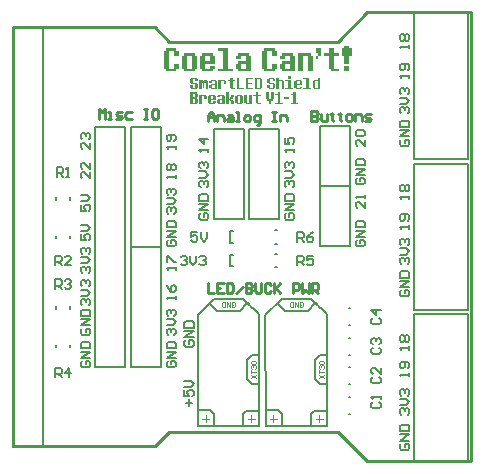
<source format=gto>
G04*
G04 #@! TF.GenerationSoftware,Altium Limited,Altium Designer,24.0.1 (36)*
G04*
G04 Layer_Color=65535*
%FSLAX25Y25*%
%MOIN*%
G70*
G04*
G04 #@! TF.SameCoordinates,1973DDD8-50FA-473A-AABA-CD6713E7F6C3*
G04*
G04*
G04 #@! TF.FilePolarity,Positive*
G04*
G01*
G75*
%ADD10C,0.00472*%
%ADD11C,0.00787*%
%ADD12C,0.00394*%
%ADD13C,0.00984*%
G36*
X92111Y115890D02*
X90394D01*
Y116320D01*
X92111D01*
Y115890D01*
D02*
G37*
G36*
X86960Y115890D02*
X86530D01*
Y115032D01*
X86101D01*
Y114173D01*
X85242D01*
Y115032D01*
X84813D01*
Y115890D01*
X84384D01*
Y118037D01*
X85242D01*
Y115890D01*
X86101D01*
Y118037D01*
X86960D01*
Y115890D01*
D02*
G37*
G36*
X64207Y116749D02*
X64636D01*
Y115890D01*
X63777D01*
Y116749D01*
X62919D01*
Y114173D01*
X62060D01*
Y117178D01*
X64207D01*
Y116749D01*
D02*
G37*
G36*
X79662Y114173D02*
X77515D01*
Y114602D01*
X77086D01*
Y117178D01*
X77944D01*
Y114602D01*
X78803D01*
Y117178D01*
X79662D01*
Y114173D01*
D02*
G37*
G36*
X94258Y114602D02*
X95116D01*
Y114173D01*
X92541D01*
Y114602D01*
X93399D01*
Y117178D01*
X92541D01*
Y117608D01*
X93399D01*
Y118037D01*
X94258D01*
Y114602D01*
D02*
G37*
G36*
X89106D02*
X89965D01*
Y114173D01*
X87389Y114173D01*
Y114602D01*
X88248Y114602D01*
Y117178D01*
X87389Y117178D01*
Y117608D01*
X88248Y117608D01*
Y118037D01*
X89106D01*
Y114602D01*
D02*
G37*
G36*
X81808Y117178D02*
X82667D01*
Y116749D01*
X81808D01*
Y114602D01*
X82667D01*
Y114173D01*
X81379D01*
Y114602D01*
X80949D01*
Y116749D01*
X80091D01*
Y117178D01*
X80949D01*
Y118037D01*
X81808D01*
Y117178D01*
D02*
G37*
G36*
X76227Y116749D02*
X76656D01*
Y114602D01*
X76227D01*
Y114173D01*
X74510D01*
Y114602D01*
X74081D01*
Y116749D01*
X74510D01*
Y117178D01*
X76227D01*
Y116749D01*
D02*
G37*
G36*
X71934Y115890D02*
X72363D01*
Y116320D01*
X72793D01*
Y117178D01*
X73651D01*
Y116320D01*
X73222D01*
Y115890D01*
X72793D01*
Y115461D01*
X73222D01*
Y115032D01*
X73651D01*
Y114173D01*
X72793D01*
Y115032D01*
X72363D01*
Y115461D01*
X71934D01*
Y114173D01*
X71075D01*
Y118037D01*
X71934D01*
Y115890D01*
D02*
G37*
G36*
X70217Y116749D02*
X70646D01*
Y114173D01*
X68500D01*
Y114602D01*
X68070D01*
Y115461D01*
X68500D01*
Y115890D01*
X69788D01*
Y116749D01*
X68929D01*
Y116320D01*
X68070D01*
Y116749D01*
X68500D01*
Y117178D01*
X70217D01*
Y116749D01*
D02*
G37*
G36*
X67212D02*
X67641D01*
Y115461D01*
X65924D01*
Y114602D01*
X66782D01*
Y115032D01*
X67641D01*
Y114602D01*
X67212D01*
Y114173D01*
X65495D01*
Y114602D01*
X65065D01*
Y116749D01*
X65495D01*
Y117178D01*
X67212D01*
Y116749D01*
D02*
G37*
G36*
X61202Y117608D02*
X61631D01*
Y116320D01*
X61202D01*
Y115890D01*
X61631D01*
Y114602D01*
X61202D01*
Y114173D01*
X59055D01*
Y118037D01*
X61202D01*
Y117608D01*
D02*
G37*
G36*
X92541Y122529D02*
X91682D01*
Y123388D01*
X92541D01*
Y122529D01*
D02*
G37*
G36*
X86960Y122529D02*
X87389D01*
Y121670D01*
X86530D01*
Y122529D01*
X85672D01*
Y121241D01*
X86960D01*
Y120812D01*
X87389D01*
Y119524D01*
X86960D01*
Y119095D01*
X85242D01*
Y119524D01*
X84813D01*
Y120382D01*
X85672D01*
Y119524D01*
X86530D01*
Y120812D01*
X85242D01*
Y121241D01*
X84813D01*
Y122529D01*
X85242D01*
Y122958D01*
X86960D01*
Y122529D01*
D02*
G37*
G36*
X64636Y121670D02*
X65065D01*
Y119095D01*
X64207D01*
Y121241D01*
X63777D01*
Y119524D01*
X63348D01*
Y121241D01*
X62919D01*
Y119095D01*
X62060D01*
Y122100D01*
X63348D01*
Y121670D01*
X63777D01*
Y122100D01*
X64636D01*
Y121670D01*
D02*
G37*
G36*
X61202Y122529D02*
X61631D01*
Y121670D01*
X60772D01*
Y122529D01*
X59914D01*
Y121241D01*
X61202D01*
Y120812D01*
X61631D01*
Y119524D01*
X61202D01*
Y119095D01*
X59484D01*
Y119524D01*
X59055D01*
Y120382D01*
X59914D01*
Y119524D01*
X60772D01*
Y120812D01*
X59484D01*
Y121241D01*
X59055D01*
Y122529D01*
X59484D01*
Y122958D01*
X61202D01*
Y122529D01*
D02*
G37*
G36*
X70646Y121670D02*
X71075D01*
Y120812D01*
X70217D01*
Y121670D01*
X69358D01*
Y119095D01*
X68500D01*
Y122100D01*
X70646D01*
Y121670D01*
D02*
G37*
G36*
X102414Y119095D02*
X100268D01*
Y119524D01*
X99839D01*
Y121670D01*
X100268D01*
Y122100D01*
X101556D01*
Y122958D01*
X102414D01*
Y119095D01*
D02*
G37*
G36*
X98551Y119524D02*
X99409D01*
Y119095D01*
X96833D01*
Y119524D01*
X97692D01*
Y122529D01*
X96833D01*
Y122958D01*
X98551D01*
Y119524D01*
D02*
G37*
G36*
X95975Y121670D02*
X96404D01*
Y120382D01*
X94687D01*
Y119524D01*
X95546D01*
Y119953D01*
X96404D01*
Y119524D01*
X95975D01*
Y119095D01*
X94258D01*
Y119524D01*
X93828D01*
Y121670D01*
X94258D01*
Y122100D01*
X95975D01*
Y121670D01*
D02*
G37*
G36*
X92541Y119524D02*
X93399D01*
Y119095D01*
X90823D01*
Y119524D01*
X91682D01*
Y121670D01*
X90823D01*
Y122100D01*
X92541D01*
Y119524D01*
D02*
G37*
G36*
X88677Y122100D02*
X89965D01*
Y121670D01*
X90394D01*
Y119095D01*
X89535D01*
Y121670D01*
X88677D01*
Y119095D01*
X87818D01*
Y122958D01*
X88677D01*
Y122100D01*
D02*
G37*
G36*
X82667Y122529D02*
X83096D01*
Y119524D01*
X82667D01*
Y119095D01*
X80520D01*
Y122958D01*
X82667D01*
Y122529D01*
D02*
G37*
G36*
X80091D02*
X78374D01*
Y121241D01*
X79662D01*
Y120812D01*
X78374D01*
Y119524D01*
X80091D01*
Y119095D01*
X77515D01*
Y122958D01*
X80091D01*
Y122529D01*
D02*
G37*
G36*
X75368Y119524D02*
X77086D01*
Y119095D01*
X74510D01*
Y122958D01*
X75368D01*
Y119524D01*
D02*
G37*
G36*
X73222Y122100D02*
X74081D01*
Y121670D01*
X73222D01*
Y119524D01*
X74081D01*
Y119095D01*
X72793D01*
Y119524D01*
X72363D01*
Y121670D01*
X71505D01*
Y122100D01*
X72363D01*
Y122958D01*
X73222D01*
Y122100D01*
D02*
G37*
G36*
X67641Y121670D02*
X68070D01*
Y119095D01*
X65924D01*
Y119524D01*
X65495D01*
Y120382D01*
X65924D01*
Y120812D01*
X67212D01*
Y121670D01*
X66353D01*
Y121241D01*
X65495D01*
Y121670D01*
X65924D01*
Y122100D01*
X67641D01*
Y121670D01*
D02*
G37*
G36*
X102654Y130160D02*
X101794D01*
Y131020D01*
X100934D01*
Y132740D01*
X102654D01*
Y130160D01*
D02*
G37*
G36*
X87175Y131880D02*
X88035D01*
Y130160D01*
X86315D01*
Y131880D01*
X84595D01*
Y125860D01*
X86315D01*
Y127580D01*
X88035D01*
Y125860D01*
X87175D01*
Y125000D01*
X83735D01*
Y125860D01*
X82875D01*
Y131880D01*
X83735D01*
Y132740D01*
X87175D01*
Y131880D01*
D02*
G37*
G36*
X54497Y131880D02*
X55357D01*
Y130160D01*
X53637D01*
Y131880D01*
X51917D01*
Y125860D01*
X53637D01*
Y127580D01*
X55357D01*
Y125860D01*
X54497D01*
Y125000D01*
X51057D01*
Y125860D01*
X50197D01*
Y131880D01*
X51057D01*
Y132740D01*
X54497D01*
Y131880D01*
D02*
G37*
G36*
X101794Y129300D02*
X100934D01*
Y130160D01*
X101794D01*
Y129300D01*
D02*
G37*
G36*
X112113Y132740D02*
X112973D01*
Y130160D01*
X112113D01*
Y127580D01*
X110393D01*
Y130160D01*
X109533D01*
Y132740D01*
X110393D01*
Y133599D01*
X112113D01*
Y132740D01*
D02*
G37*
G36*
Y125000D02*
X110393D01*
Y126720D01*
X112113D01*
Y125000D01*
D02*
G37*
G36*
X106954Y131020D02*
X108674D01*
Y130160D01*
X106954D01*
Y125860D01*
X108674D01*
Y125000D01*
X106094D01*
Y125860D01*
X105234D01*
Y130160D01*
X103514D01*
Y131020D01*
X105234D01*
Y132740D01*
X106954D01*
Y131020D01*
D02*
G37*
G36*
X99214Y130160D02*
X100074D01*
Y125000D01*
X98354D01*
Y130160D01*
X96634D01*
Y125000D01*
X94914D01*
Y131020D01*
X99214D01*
Y130160D01*
D02*
G37*
G36*
X93194D02*
X94054D01*
Y125000D01*
X89754D01*
Y125860D01*
X88895D01*
Y127580D01*
X89754D01*
Y128440D01*
X92334D01*
Y130160D01*
X90614D01*
Y129300D01*
X88895D01*
Y130160D01*
X89754D01*
Y131020D01*
X93194D01*
Y130160D01*
D02*
G37*
G36*
X78575Y130160D02*
X79435Y130160D01*
Y125000D01*
X75135Y125000D01*
Y125860D01*
X74275D01*
Y127580D01*
X75135D01*
Y128440D01*
X77715D01*
Y130160D01*
X75995D01*
Y129300D01*
X74275D01*
Y130160D01*
X75135D01*
Y131020D01*
X78575D01*
Y130160D01*
D02*
G37*
G36*
X71696Y125860D02*
X73415D01*
Y125000D01*
X68256D01*
Y125860D01*
X69976D01*
Y131880D01*
X68256D01*
Y132740D01*
X71696D01*
Y125860D01*
D02*
G37*
G36*
X66536Y130160D02*
X67396D01*
Y127580D01*
X63956D01*
Y125860D01*
X65676D01*
Y126720D01*
X67396D01*
Y125860D01*
X66536D01*
Y125000D01*
X63096D01*
Y125860D01*
X62236D01*
Y130160D01*
X63096D01*
Y131020D01*
X66536D01*
Y130160D01*
D02*
G37*
G36*
X60516D02*
X61376D01*
Y125860D01*
X60516D01*
Y125000D01*
X57076D01*
Y125860D01*
X56217D01*
Y130160D01*
X57076D01*
Y131020D01*
X60516D01*
Y130160D01*
D02*
G37*
%LPC*%
G36*
X75798Y116749D02*
X74939D01*
Y114602D01*
X75798D01*
Y116749D01*
D02*
G37*
G36*
X69788Y115461D02*
X68929D01*
Y114602D01*
X69788D01*
Y115461D01*
D02*
G37*
G36*
X66782Y116749D02*
X65924D01*
Y115890D01*
X66782D01*
Y116749D01*
D02*
G37*
G36*
X60772Y117608D02*
X59914D01*
Y116320D01*
X60772D01*
Y117608D01*
D02*
G37*
G36*
Y115890D02*
X59914D01*
Y114602D01*
X60772D01*
Y115890D01*
D02*
G37*
G36*
X101556Y121670D02*
X100697D01*
Y119524D01*
X101556D01*
Y121670D01*
D02*
G37*
G36*
X95546D02*
X94687D01*
Y120812D01*
X95546D01*
Y121670D01*
D02*
G37*
G36*
X82237Y122529D02*
X81379D01*
Y119524D01*
X82237D01*
Y122529D01*
D02*
G37*
G36*
X67212Y120382D02*
X66353D01*
Y119524D01*
X67212D01*
Y120382D01*
D02*
G37*
G36*
X92334Y127580D02*
X90614D01*
Y125860D01*
X92334D01*
Y127580D01*
D02*
G37*
G36*
X77715Y127580D02*
X75995D01*
Y125860D01*
X77715D01*
Y127580D01*
D02*
G37*
G36*
X65676Y130160D02*
X63956D01*
Y128440D01*
X65676D01*
Y130160D01*
D02*
G37*
G36*
X59656D02*
X57936D01*
Y125860D01*
X59656D01*
Y130160D01*
D02*
G37*
%LPD*%
D10*
X102067Y8071D02*
Y10433D01*
X100886Y9252D02*
X103248D01*
X85630D02*
X87992D01*
X86811Y8071D02*
Y10433D01*
X64173Y8071D02*
Y10433D01*
X62992Y9252D02*
X65354D01*
X78248D02*
X80610D01*
X79429Y8071D02*
Y10433D01*
D11*
X100886Y47736D02*
X102362Y46260D01*
X100640Y47736D02*
X100886D01*
X98179Y45276D02*
X100640Y47736D01*
X90551Y45276D02*
X98179D01*
X102362Y30512D02*
X104527D01*
X100689Y28839D02*
X102362Y30512D01*
X100689Y22343D02*
Y28839D01*
X102362Y20669D02*
X104527D01*
X100689Y22343D02*
X102362Y20669D01*
X84145Y43790D02*
X84332Y6791D01*
X84145Y43790D02*
X89567Y49213D01*
X99410D01*
X104602Y44021D01*
X104790Y6791D01*
X84332D02*
X104790D01*
X84449Y12008D02*
X88386D01*
X89567Y10827D01*
Y6890D02*
Y10827D01*
X99410Y6890D02*
Y10827D01*
X100394Y11811D01*
X104626D01*
X88090Y47736D02*
X90551Y45276D01*
X151575Y95669D02*
Y144488D01*
X133661Y95669D02*
X151575D01*
X133661D02*
Y95681D01*
Y95669D02*
Y144488D01*
X151575D01*
Y45472D02*
Y94291D01*
X133661Y45472D02*
X151575D01*
X133661D02*
Y45484D01*
Y45472D02*
Y94291D01*
X151575D01*
Y-4724D02*
Y44094D01*
X133661Y-4724D02*
X151575D01*
X133661D02*
Y-4713D01*
Y-4724D02*
Y44094D01*
X151575D01*
X111909Y46161D02*
X112500D01*
X111909Y40453D02*
X112500D01*
X111909Y36319D02*
X112500D01*
X111909Y30610D02*
X112500D01*
X111909Y26476D02*
X112500D01*
X111909Y20768D02*
X112500D01*
X66850Y75709D02*
X76850D01*
X66850D02*
Y105709D01*
X76850D01*
Y75709D02*
Y105709D01*
X111909Y16634D02*
X112500D01*
X111909Y10925D02*
X112500D01*
X39291Y106535D02*
X49291D01*
Y66535D02*
Y106535D01*
X39291Y66535D02*
Y106535D01*
Y66535D02*
X49291D01*
X78661Y75709D02*
X88661D01*
X78661D02*
Y105709D01*
X88661D01*
Y75709D02*
Y105709D01*
X14469Y45866D02*
Y46654D01*
X18996Y45866D02*
Y46654D01*
X14469Y33071D02*
Y33858D01*
X18996Y33071D02*
Y33858D01*
Y82284D02*
Y83071D01*
X14469Y82284D02*
Y83071D01*
Y69488D02*
Y70275D01*
X18996Y69488D02*
Y70275D01*
X72244Y60039D02*
Y63976D01*
Y60039D02*
X73425D01*
X72244Y63976D02*
X73425D01*
X87205Y59744D02*
X87992D01*
X87205Y64272D02*
X87992D01*
X72244Y67913D02*
Y71850D01*
Y67913D02*
X73425D01*
X72244Y71850D02*
X73425D01*
X87205Y67618D02*
X87992D01*
X87205Y72146D02*
X87992D01*
X102284Y86850D02*
Y106850D01*
Y86850D02*
X112284D01*
Y106850D01*
X102284D02*
X112284D01*
X102284Y86850D02*
X112284D01*
Y66850D02*
Y86850D01*
X102284Y66850D02*
X112284D01*
X102284D02*
Y86850D01*
X65453Y47736D02*
X67913Y45276D01*
X77756Y11811D02*
X81988D01*
X76772Y10827D02*
X77756Y11811D01*
X76772Y6890D02*
Y10827D01*
X66929Y6890D02*
Y10827D01*
X65748Y12008D02*
X66929Y10827D01*
X61811Y12008D02*
X65748D01*
X61694Y6791D02*
X82152D01*
X81964Y44021D02*
X82152Y6791D01*
X76772Y49213D02*
X81964Y44021D01*
X66929Y49213D02*
X76772D01*
X61507Y43790D02*
X66929Y49213D01*
X61507Y43790D02*
X61694Y6791D01*
X78051Y22343D02*
X79724Y20669D01*
X81890D01*
X78051Y22343D02*
Y28839D01*
X79724Y30512D01*
X81890D01*
X67913Y45276D02*
X75541D01*
X78002Y47736D01*
X78248D01*
X79724Y46260D01*
X39291Y26496D02*
X49291D01*
X39291D02*
Y66496D01*
X49291Y26496D02*
Y66496D01*
X39291D02*
X49291D01*
X27480Y106496D02*
X37480D01*
Y26496D02*
Y106496D01*
X27480Y26496D02*
X37480D01*
X27480D02*
Y106496D01*
X-79Y7421D02*
Y139921D01*
Y-79D02*
Y7421D01*
Y-79D02*
X9921D01*
Y139921D01*
X-79D02*
X9921D01*
X132087Y132677D02*
Y133727D01*
Y133202D01*
X128938D01*
X129463Y132677D01*
Y135301D02*
X128938Y135826D01*
Y136875D01*
X129463Y137400D01*
X129988D01*
X130512Y136875D01*
X131037Y137400D01*
X131562D01*
X132087Y136875D01*
Y135826D01*
X131562Y135301D01*
X131037D01*
X130512Y135826D01*
X129988Y135301D01*
X129463D01*
X130512Y135826D02*
Y136875D01*
X91077Y77690D02*
X90552Y77165D01*
Y76115D01*
X91077Y75590D01*
X93176D01*
X93701Y76115D01*
Y77165D01*
X93176Y77690D01*
X92127D01*
Y76640D01*
X93701Y78739D02*
X90552D01*
X93701Y80838D01*
X90552D01*
Y81888D02*
X93701D01*
Y83462D01*
X93176Y83987D01*
X91077D01*
X90552Y83462D01*
Y81888D01*
X91077Y86417D02*
X90552Y86942D01*
Y87992D01*
X91077Y88516D01*
X91602D01*
X92127Y87992D01*
Y87467D01*
Y87992D01*
X92651Y88516D01*
X93176D01*
X93701Y87992D01*
Y86942D01*
X93176Y86417D01*
X90552Y89566D02*
X92651D01*
X93701Y90615D01*
X92651Y91665D01*
X90552D01*
X91077Y92715D02*
X90552Y93239D01*
Y94289D01*
X91077Y94814D01*
X91602D01*
X92127Y94289D01*
Y93764D01*
Y94289D01*
X92651Y94814D01*
X93176D01*
X93701Y94289D01*
Y93239D01*
X93176Y92715D01*
X93701Y98228D02*
Y99278D01*
Y98753D01*
X90552D01*
X91077Y98228D01*
X90552Y102951D02*
Y100852D01*
X92127D01*
X91602Y101902D01*
Y102427D01*
X92127Y102951D01*
X93176D01*
X93701Y102427D01*
Y101377D01*
X93176Y100852D01*
X62534Y86417D02*
X62009Y86942D01*
Y87992D01*
X62534Y88516D01*
X63058D01*
X63583Y87992D01*
Y87467D01*
Y87992D01*
X64108Y88516D01*
X64633D01*
X65158Y87992D01*
Y86942D01*
X64633Y86417D01*
X62009Y89566D02*
X64108D01*
X65158Y90615D01*
X64108Y91665D01*
X62009D01*
X62534Y92715D02*
X62009Y93239D01*
Y94289D01*
X62534Y94814D01*
X63058D01*
X63583Y94289D01*
Y93764D01*
Y94289D01*
X64108Y94814D01*
X64633D01*
X65158Y94289D01*
Y93239D01*
X64633Y92715D01*
X65158Y98228D02*
Y99278D01*
Y98753D01*
X62009D01*
X62534Y98228D01*
X65158Y102427D02*
X62009D01*
X63583Y100852D01*
Y102951D01*
X62534Y77690D02*
X62009Y77165D01*
Y76115D01*
X62534Y75590D01*
X64633D01*
X65158Y76115D01*
Y77165D01*
X64633Y77690D01*
X63583D01*
Y76640D01*
X65158Y78739D02*
X62009D01*
X65158Y80838D01*
X62009D01*
Y81888D02*
X65158D01*
Y83462D01*
X64633Y83987D01*
X62534D01*
X62009Y83462D01*
Y81888D01*
X54331Y89370D02*
Y90420D01*
Y89895D01*
X51182D01*
X51707Y89370D01*
Y91994D02*
X51182Y92519D01*
Y93568D01*
X51707Y94093D01*
X52232D01*
X52756Y93568D01*
X53281Y94093D01*
X53806D01*
X54331Y93568D01*
Y92519D01*
X53806Y91994D01*
X53281D01*
X52756Y92519D01*
X52232Y91994D01*
X51707D01*
X52756Y92519D02*
Y93568D01*
X54331Y99213D02*
Y100262D01*
Y99737D01*
X51182D01*
X51707Y99213D01*
X53806Y101836D02*
X54331Y102361D01*
Y103411D01*
X53806Y103936D01*
X51707D01*
X51182Y103411D01*
Y102361D01*
X51707Y101836D01*
X52232D01*
X52756Y102361D01*
Y103936D01*
X129463Y918D02*
X128938Y393D01*
Y-656D01*
X129463Y-1181D01*
X131562D01*
X132087Y-656D01*
Y393D01*
X131562Y918D01*
X130512D01*
Y-132D01*
X132087Y1967D02*
X128938D01*
X132087Y4067D01*
X128938D01*
Y5116D02*
X132087D01*
Y6690D01*
X131562Y7215D01*
X129463D01*
X128938Y6690D01*
Y5116D01*
X129463Y10630D02*
X128938Y11155D01*
Y12204D01*
X129463Y12729D01*
X129988D01*
X130512Y12204D01*
Y11680D01*
Y12204D01*
X131037Y12729D01*
X131562D01*
X132087Y12204D01*
Y11155D01*
X131562Y10630D01*
X128938Y13779D02*
X131037D01*
X132087Y14828D01*
X131037Y15878D01*
X128938D01*
X129463Y16927D02*
X128938Y17452D01*
Y18501D01*
X129463Y19026D01*
X129988D01*
X130512Y18501D01*
Y17977D01*
Y18501D01*
X131037Y19026D01*
X131562D01*
X132087Y18501D01*
Y17452D01*
X131562Y16927D01*
X132087Y32283D02*
Y33333D01*
Y32808D01*
X128938D01*
X129463Y32283D01*
Y34907D02*
X128938Y35432D01*
Y36482D01*
X129463Y37006D01*
X129988D01*
X130512Y36482D01*
X131037Y37006D01*
X131562D01*
X132087Y36482D01*
Y35432D01*
X131562Y34907D01*
X131037D01*
X130512Y35432D01*
X129988Y34907D01*
X129463D01*
X130512Y35432D02*
Y36482D01*
X129463Y52099D02*
X128938Y51574D01*
Y50525D01*
X129463Y50000D01*
X131562D01*
X132087Y50525D01*
Y51574D01*
X131562Y52099D01*
X130512D01*
Y51050D01*
X132087Y53149D02*
X128938D01*
X132087Y55248D01*
X128938D01*
Y56297D02*
X132087D01*
Y57872D01*
X131562Y58396D01*
X129463D01*
X128938Y57872D01*
Y56297D01*
X117323Y81627D02*
Y79528D01*
X115224Y81627D01*
X114699D01*
X114174Y81102D01*
Y80052D01*
X114699Y79528D01*
X117323Y82676D02*
Y83726D01*
Y83201D01*
X114174D01*
X114699Y82676D01*
Y68831D02*
X114174Y68307D01*
Y67257D01*
X114699Y66732D01*
X116798D01*
X117323Y67257D01*
Y68307D01*
X116798Y68831D01*
X115749D01*
Y67782D01*
X117323Y69881D02*
X114174D01*
X117323Y71980D01*
X114174D01*
Y73030D02*
X117323D01*
Y74604D01*
X116798Y75129D01*
X114699D01*
X114174Y74604D01*
Y73030D01*
X51707Y77559D02*
X51182Y78084D01*
Y79133D01*
X51707Y79658D01*
X52232D01*
X52756Y79133D01*
Y78609D01*
Y79133D01*
X53281Y79658D01*
X53806D01*
X54331Y79133D01*
Y78084D01*
X53806Y77559D01*
X51182Y80708D02*
X53281D01*
X54331Y81757D01*
X53281Y82807D01*
X51182D01*
X51707Y83856D02*
X51182Y84381D01*
Y85431D01*
X51707Y85955D01*
X52232D01*
X52756Y85431D01*
Y84906D01*
Y85431D01*
X53281Y85955D01*
X53806D01*
X54331Y85431D01*
Y84381D01*
X53806Y83856D01*
X51707Y68831D02*
X51182Y68307D01*
Y67257D01*
X51707Y66732D01*
X53806D01*
X54331Y67257D01*
Y68307D01*
X53806Y68831D01*
X52756D01*
Y67782D01*
X54331Y69881D02*
X51182D01*
X54331Y71980D01*
X51182D01*
Y73029D02*
X54331D01*
Y74604D01*
X53806Y75129D01*
X51707D01*
X51182Y74604D01*
Y73029D01*
X25787Y101312D02*
Y99213D01*
X23688Y101312D01*
X23164D01*
X22639Y100787D01*
Y99737D01*
X23164Y99213D01*
Y102361D02*
X22639Y102886D01*
Y103936D01*
X23164Y104460D01*
X23688D01*
X24213Y103936D01*
Y103411D01*
Y103936D01*
X24738Y104460D01*
X25263D01*
X25787Y103936D01*
Y102886D01*
X25263Y102361D01*
X25787Y91469D02*
Y89370D01*
X23688Y91469D01*
X23164D01*
X22639Y90944D01*
Y89895D01*
X23164Y89370D01*
X25787Y94618D02*
Y92519D01*
X23688Y94618D01*
X23164D01*
X22639Y94093D01*
Y93043D01*
X23164Y92519D01*
X22639Y80642D02*
Y78543D01*
X24213D01*
X23688Y79593D01*
Y80118D01*
X24213Y80642D01*
X25263D01*
X25787Y80118D01*
Y79068D01*
X25263Y78543D01*
X22639Y81692D02*
X24738D01*
X25787Y82741D01*
X24738Y83791D01*
X22639D01*
Y70800D02*
Y68701D01*
X24213D01*
X23688Y69750D01*
Y70275D01*
X24213Y70800D01*
X25263D01*
X25787Y70275D01*
Y69226D01*
X25263Y68701D01*
X22639Y71849D02*
X24738D01*
X25787Y72899D01*
X24738Y73948D01*
X22639D01*
X23164Y57874D02*
X22639Y58399D01*
Y59448D01*
X23164Y59973D01*
X23688D01*
X24213Y59448D01*
Y58924D01*
Y59448D01*
X24738Y59973D01*
X25263D01*
X25787Y59448D01*
Y58399D01*
X25263Y57874D01*
X22639Y61023D02*
X24738D01*
X25787Y62072D01*
X24738Y63122D01*
X22639D01*
X23164Y64171D02*
X22639Y64696D01*
Y65746D01*
X23164Y66270D01*
X23688D01*
X24213Y65746D01*
Y65221D01*
Y65746D01*
X24738Y66270D01*
X25263D01*
X25787Y65746D01*
Y64696D01*
X25263Y64171D01*
X23164Y47047D02*
X22639Y47572D01*
Y48621D01*
X23164Y49146D01*
X23688D01*
X24213Y48621D01*
Y48097D01*
Y48621D01*
X24738Y49146D01*
X25263D01*
X25787Y48621D01*
Y47572D01*
X25263Y47047D01*
X22639Y50196D02*
X24738D01*
X25787Y51245D01*
X24738Y52295D01*
X22639D01*
X23164Y53344D02*
X22639Y53869D01*
Y54919D01*
X23164Y55444D01*
X23688D01*
X24213Y54919D01*
Y54394D01*
Y54919D01*
X24738Y55444D01*
X25263D01*
X25787Y54919D01*
Y53869D01*
X25263Y53344D01*
X23164Y39304D02*
X22639Y38779D01*
Y37729D01*
X23164Y37205D01*
X25263D01*
X25787Y37729D01*
Y38779D01*
X25263Y39304D01*
X24213D01*
Y38254D01*
X25787Y40353D02*
X22639D01*
X25787Y42452D01*
X22639D01*
Y43502D02*
X25787D01*
Y45076D01*
X25263Y45601D01*
X23164D01*
X22639Y45076D01*
Y43502D01*
X23164Y28477D02*
X22639Y27952D01*
Y26903D01*
X23164Y26378D01*
X25263D01*
X25787Y26903D01*
Y27952D01*
X25263Y28477D01*
X24213D01*
Y27428D01*
X25787Y29526D02*
X22639D01*
X25787Y31626D01*
X22639D01*
Y32675D02*
X25787D01*
Y34249D01*
X25263Y34774D01*
X23164D01*
X22639Y34249D01*
Y32675D01*
X51707Y28477D02*
X51182Y27952D01*
Y26903D01*
X51707Y26378D01*
X53806D01*
X54331Y26903D01*
Y27952D01*
X53806Y28477D01*
X52756D01*
Y27428D01*
X54331Y29526D02*
X51182D01*
X54331Y31626D01*
X51182D01*
Y32675D02*
X54331D01*
Y34249D01*
X53806Y34774D01*
X51707D01*
X51182Y34249D01*
Y32675D01*
X51707Y37205D02*
X51182Y37729D01*
Y38779D01*
X51707Y39304D01*
X52232D01*
X52756Y38779D01*
Y38254D01*
Y38779D01*
X53281Y39304D01*
X53806D01*
X54331Y38779D01*
Y37729D01*
X53806Y37205D01*
X51182Y40353D02*
X53281D01*
X54331Y41403D01*
X53281Y42452D01*
X51182D01*
X51707Y43502D02*
X51182Y44027D01*
Y45076D01*
X51707Y45601D01*
X52232D01*
X52756Y45076D01*
Y44551D01*
Y45076D01*
X53281Y45601D01*
X53806D01*
X54331Y45076D01*
Y44027D01*
X53806Y43502D01*
X129463Y102296D02*
X128938Y101771D01*
Y100722D01*
X129463Y100197D01*
X131562D01*
X132087Y100722D01*
Y101771D01*
X131562Y102296D01*
X130512D01*
Y101246D01*
X132087Y103345D02*
X128938D01*
X132087Y105445D01*
X128938D01*
Y106494D02*
X132087D01*
Y108068D01*
X131562Y108593D01*
X129463D01*
X128938Y108068D01*
Y106494D01*
X129463Y111024D02*
X128938Y111548D01*
Y112598D01*
X129463Y113123D01*
X129988D01*
X130512Y112598D01*
Y112073D01*
Y112598D01*
X131037Y113123D01*
X131562D01*
X132087Y112598D01*
Y111548D01*
X131562Y111024D01*
X128938Y114172D02*
X131037D01*
X132087Y115222D01*
X131037Y116271D01*
X128938D01*
X129463Y117321D02*
X128938Y117846D01*
Y118895D01*
X129463Y119420D01*
X129988D01*
X130512Y118895D01*
Y118370D01*
Y118895D01*
X131037Y119420D01*
X131562D01*
X132087Y118895D01*
Y117846D01*
X131562Y117321D01*
X132087Y122835D02*
Y123884D01*
Y123359D01*
X128938D01*
X129463Y122835D01*
X131562Y125459D02*
X132087Y125983D01*
Y127033D01*
X131562Y127558D01*
X129463D01*
X128938Y127033D01*
Y125983D01*
X129463Y125459D01*
X129988D01*
X130512Y125983D01*
Y127558D01*
X129463Y60827D02*
X128938Y61352D01*
Y62401D01*
X129463Y62926D01*
X129988D01*
X130512Y62401D01*
Y61876D01*
Y62401D01*
X131037Y62926D01*
X131562D01*
X132087Y62401D01*
Y61352D01*
X131562Y60827D01*
X128938Y63975D02*
X131037D01*
X132087Y65025D01*
X131037Y66074D01*
X128938D01*
X129463Y67124D02*
X128938Y67649D01*
Y68698D01*
X129463Y69223D01*
X129988D01*
X130512Y68698D01*
Y68173D01*
Y68698D01*
X131037Y69223D01*
X131562D01*
X132087Y68698D01*
Y67649D01*
X131562Y67124D01*
X132087Y72638D02*
Y73687D01*
Y73163D01*
X128938D01*
X129463Y72638D01*
X131562Y75262D02*
X132087Y75786D01*
Y76836D01*
X131562Y77361D01*
X129463D01*
X128938Y76836D01*
Y75786D01*
X129463Y75262D01*
X129988D01*
X130512Y75786D01*
Y77361D01*
X132087Y82480D02*
Y83530D01*
Y83005D01*
X128938D01*
X129463Y82480D01*
Y85104D02*
X128938Y85629D01*
Y86678D01*
X129463Y87203D01*
X129988D01*
X130512Y86678D01*
X131037Y87203D01*
X131562D01*
X132087Y86678D01*
Y85629D01*
X131562Y85104D01*
X131037D01*
X130512Y85629D01*
X129988Y85104D01*
X129463D01*
X130512Y85629D02*
Y86678D01*
X132087Y23425D02*
Y24475D01*
Y23950D01*
X128938D01*
X129463Y23425D01*
X131562Y26049D02*
X132087Y26574D01*
Y27623D01*
X131562Y28148D01*
X129463D01*
X128938Y27623D01*
Y26574D01*
X129463Y26049D01*
X129988D01*
X130512Y26574D01*
Y28148D01*
X57612Y35367D02*
X57088Y34842D01*
Y33792D01*
X57612Y33268D01*
X59711D01*
X60236Y33792D01*
Y34842D01*
X59711Y35367D01*
X58662D01*
Y34317D01*
X60236Y36416D02*
X57088D01*
X60236Y38515D01*
X57088D01*
Y39565D02*
X60236D01*
Y41139D01*
X59711Y41664D01*
X57612D01*
X57088Y41139D01*
Y39565D01*
X58662Y13583D02*
Y15682D01*
X57612Y14632D02*
X59711D01*
X57088Y18830D02*
Y16731D01*
X58662D01*
X58137Y17781D01*
Y18306D01*
X58662Y18830D01*
X59711D01*
X60236Y18306D01*
Y17256D01*
X59711Y16731D01*
X57088Y19880D02*
X59187D01*
X60236Y20929D01*
X59187Y21979D01*
X57088D01*
X114699Y89501D02*
X114174Y88976D01*
Y87926D01*
X114699Y87402D01*
X116798D01*
X117323Y87926D01*
Y88976D01*
X116798Y89501D01*
X115749D01*
Y88451D01*
X117323Y90550D02*
X114174D01*
X117323Y92649D01*
X114174D01*
Y93699D02*
X117323D01*
Y95273D01*
X116798Y95798D01*
X114699D01*
X114174Y95273D01*
Y93699D01*
X117323Y102296D02*
Y100197D01*
X115224Y102296D01*
X114699D01*
X114174Y101771D01*
Y100722D01*
X114699Y100197D01*
Y103346D02*
X114174Y103870D01*
Y104920D01*
X114699Y105445D01*
X116798D01*
X117323Y104920D01*
Y103870D01*
X116798Y103346D01*
X114699D01*
X54331Y58858D02*
Y59908D01*
Y59383D01*
X51182D01*
X51707Y58858D01*
X51182Y61482D02*
Y63581D01*
X51707D01*
X53806Y61482D01*
X54331D01*
Y49016D02*
Y50065D01*
Y49540D01*
X51182D01*
X51707Y49016D01*
X51182Y53739D02*
X51707Y52689D01*
X52756Y51640D01*
X53806D01*
X54331Y52164D01*
Y53214D01*
X53806Y53739D01*
X53281D01*
X52756Y53214D01*
Y51640D01*
X120013Y42782D02*
X119489Y42258D01*
Y41208D01*
X120013Y40683D01*
X122113D01*
X122637Y41208D01*
Y42258D01*
X122113Y42782D01*
X122637Y45406D02*
X119489D01*
X121063Y43832D01*
Y45931D01*
X120013Y32940D02*
X119489Y32415D01*
Y31365D01*
X120013Y30841D01*
X122113D01*
X122637Y31365D01*
Y32415D01*
X122113Y32940D01*
X120013Y33989D02*
X119489Y34514D01*
Y35564D01*
X120013Y36088D01*
X120538D01*
X121063Y35564D01*
Y35039D01*
Y35564D01*
X121588Y36088D01*
X122113D01*
X122637Y35564D01*
Y34514D01*
X122113Y33989D01*
X120013Y23097D02*
X119489Y22572D01*
Y21523D01*
X120013Y20998D01*
X122113D01*
X122637Y21523D01*
Y22572D01*
X122113Y23097D01*
X122637Y26246D02*
Y24147D01*
X120538Y26246D01*
X120013D01*
X119489Y25721D01*
Y24672D01*
X120013Y24147D01*
Y14764D02*
X119489Y14239D01*
Y13190D01*
X120013Y12665D01*
X122113D01*
X122637Y13190D01*
Y14239D01*
X122113Y14764D01*
X122637Y15813D02*
Y16863D01*
Y16338D01*
X119489D01*
X120013Y15813D01*
X94817Y68308D02*
Y71456D01*
X96391D01*
X96916Y70931D01*
Y69882D01*
X96391Y69357D01*
X94817D01*
X95867D02*
X96916Y68308D01*
X100065Y71456D02*
X99015Y70931D01*
X97966Y69882D01*
Y68832D01*
X98491Y68308D01*
X99540D01*
X100065Y68832D01*
Y69357D01*
X99540Y69882D01*
X97966D01*
X94817Y60434D02*
Y63582D01*
X96391D01*
X96916Y63057D01*
Y62008D01*
X96391Y61483D01*
X94817D01*
X95867D02*
X96916Y60434D01*
X100065Y63582D02*
X97966D01*
Y62008D01*
X99015Y62533D01*
X99540D01*
X100065Y62008D01*
Y60958D01*
X99540Y60434D01*
X98491D01*
X97966Y60958D01*
X14108Y23032D02*
Y26181D01*
X15683D01*
X16207Y25656D01*
Y24606D01*
X15683Y24081D01*
X14108D01*
X15158D02*
X16207Y23032D01*
X18831D02*
Y26181D01*
X17257Y24606D01*
X19356D01*
X14108Y52560D02*
Y55708D01*
X15683D01*
X16207Y55183D01*
Y54134D01*
X15683Y53609D01*
X14108D01*
X15158D02*
X16207Y52560D01*
X17257Y55183D02*
X17782Y55708D01*
X18831D01*
X19356Y55183D01*
Y54659D01*
X18831Y54134D01*
X18307D01*
X18831D01*
X19356Y53609D01*
Y53084D01*
X18831Y52560D01*
X17782D01*
X17257Y53084D01*
X14108Y60434D02*
Y63582D01*
X15683D01*
X16207Y63057D01*
Y62008D01*
X15683Y61483D01*
X14108D01*
X15158D02*
X16207Y60434D01*
X19356D02*
X17257D01*
X19356Y62533D01*
Y63057D01*
X18831Y63582D01*
X17782D01*
X17257Y63057D01*
X14633Y89961D02*
Y93110D01*
X16207D01*
X16732Y92585D01*
Y91536D01*
X16207Y91011D01*
X14633D01*
X15683D02*
X16732Y89961D01*
X17782D02*
X18831D01*
X18307D01*
Y93110D01*
X17782Y92585D01*
X61483Y71456D02*
X59384D01*
Y69882D01*
X60434Y70407D01*
X60958D01*
X61483Y69882D01*
Y68832D01*
X60958Y68308D01*
X59909D01*
X59384Y68832D01*
X62533Y71456D02*
Y69357D01*
X63582Y68308D01*
X64632Y69357D01*
Y71456D01*
X55841Y63057D02*
X56366Y63582D01*
X57415D01*
X57940Y63057D01*
Y62533D01*
X57415Y62008D01*
X56891D01*
X57415D01*
X57940Y61483D01*
Y60958D01*
X57415Y60434D01*
X56366D01*
X55841Y60958D01*
X58990Y63582D02*
Y61483D01*
X60039Y60434D01*
X61089Y61483D01*
Y63582D01*
X62138Y63057D02*
X62663Y63582D01*
X63713D01*
X64237Y63057D01*
Y62533D01*
X63713Y62008D01*
X63188D01*
X63713D01*
X64237Y61483D01*
Y60958D01*
X63713Y60434D01*
X62663D01*
X62138Y60958D01*
D12*
X95538Y46719D02*
X95800Y46457D01*
X96325D01*
X96587Y46719D01*
Y47769D01*
X96325Y48031D01*
X95800D01*
X95538Y47769D01*
Y47244D01*
X96062D01*
X95013Y48031D02*
Y46457D01*
X93963Y48031D01*
Y46457D01*
X93439D02*
Y48031D01*
X92651D01*
X92389Y47769D01*
Y46719D01*
X92651Y46457D01*
X93439D01*
X101969Y22803D02*
X103543Y23852D01*
X101969D02*
X103543Y22803D01*
X101969Y24377D02*
Y25427D01*
Y24902D01*
X103543D01*
X102231Y25951D02*
X101969Y26214D01*
Y26739D01*
X102231Y27001D01*
X102494D01*
X102756Y26739D01*
Y26476D01*
Y26739D01*
X103019Y27001D01*
X103281D01*
X103543Y26739D01*
Y26214D01*
X103281Y25951D01*
X102231Y27526D02*
X101969Y27788D01*
Y28313D01*
X102231Y28575D01*
X103281D01*
X103543Y28313D01*
Y27788D01*
X103281Y27526D01*
X102231D01*
X79331Y22803D02*
X80905Y23852D01*
X79331D02*
X80905Y22803D01*
X79331Y24377D02*
Y25427D01*
Y24902D01*
X80905D01*
X79594Y25951D02*
X79331Y26214D01*
Y26739D01*
X79594Y27001D01*
X79856D01*
X80118Y26739D01*
Y26476D01*
Y26739D01*
X80381Y27001D01*
X80643D01*
X80905Y26739D01*
Y26214D01*
X80643Y25951D01*
X79594Y27526D02*
X79331Y27788D01*
Y28313D01*
X79594Y28575D01*
X80643D01*
X80905Y28313D01*
Y27788D01*
X80643Y27526D01*
X79594D01*
X72900Y46719D02*
X73162Y46457D01*
X73687D01*
X73949Y46719D01*
Y47769D01*
X73687Y48031D01*
X73162D01*
X72900Y47769D01*
Y47244D01*
X73425D01*
X72375Y48031D02*
Y46457D01*
X71326Y48031D01*
Y46457D01*
X70801D02*
Y48031D01*
X70014D01*
X69751Y47769D01*
Y46719D01*
X70014Y46457D01*
X70801D01*
D13*
X64961Y108333D02*
Y110432D01*
X66010Y111482D01*
X67060Y110432D01*
Y108333D01*
Y109907D01*
X64961D01*
X68109Y108333D02*
Y110432D01*
X69683D01*
X70208Y109907D01*
Y108333D01*
X71783Y110432D02*
X72832D01*
X73357Y109907D01*
Y108333D01*
X71783D01*
X71258Y108858D01*
X71783Y109382D01*
X73357D01*
X74406Y108333D02*
X75456D01*
X74931D01*
Y111482D01*
X74406D01*
X77555Y108333D02*
X78605D01*
X79129Y108858D01*
Y109907D01*
X78605Y110432D01*
X77555D01*
X77030Y109907D01*
Y108858D01*
X77555Y108333D01*
X81228Y107283D02*
X81753D01*
X82278Y107808D01*
Y110432D01*
X80704D01*
X80179Y109907D01*
Y108858D01*
X80704Y108333D01*
X82278D01*
X86476Y111482D02*
X87525D01*
X87001D01*
Y108333D01*
X86476D01*
X87525D01*
X89100D02*
Y110432D01*
X90674D01*
X91199Y109907D01*
Y108333D01*
X28543Y109252D02*
Y112400D01*
X29593Y111351D01*
X30642Y112400D01*
Y109252D01*
X31692D02*
X32741D01*
X32217D01*
Y111351D01*
X31692D01*
X34316Y109252D02*
X35890D01*
X36415Y109777D01*
X35890Y110301D01*
X34841D01*
X34316Y110826D01*
X34841Y111351D01*
X36415D01*
X39563D02*
X37989D01*
X37464Y110826D01*
Y109777D01*
X37989Y109252D01*
X39563D01*
X43762Y112400D02*
X44811D01*
X44286D01*
Y109252D01*
X43762D01*
X44811D01*
X47960Y112400D02*
X46910D01*
X46385Y111876D01*
Y109777D01*
X46910Y109252D01*
X47960D01*
X48484Y109777D01*
Y111876D01*
X47960Y112400D01*
X64961Y54330D02*
Y51181D01*
X67060D01*
X70208Y54330D02*
X68109D01*
Y51181D01*
X70208D01*
X68109Y52755D02*
X69159D01*
X71258Y54330D02*
Y51181D01*
X72832D01*
X73357Y51706D01*
Y53805D01*
X72832Y54330D01*
X71258D01*
X74406Y51181D02*
X76505Y53280D01*
X77555Y54330D02*
Y51181D01*
X79129D01*
X79654Y51706D01*
Y52231D01*
X79129Y52755D01*
X77555D01*
X79129D01*
X79654Y53280D01*
Y53805D01*
X79129Y54330D01*
X77555D01*
X80704D02*
Y51706D01*
X81228Y51181D01*
X82278D01*
X82803Y51706D01*
Y54330D01*
X85951Y53805D02*
X85426Y54330D01*
X84377D01*
X83852Y53805D01*
Y51706D01*
X84377Y51181D01*
X85426D01*
X85951Y51706D01*
X87001Y54330D02*
Y51181D01*
Y52231D01*
X89100Y54330D01*
X87525Y52755D01*
X89100Y51181D01*
X93298D02*
Y54330D01*
X94872D01*
X95397Y53805D01*
Y52755D01*
X94872Y52231D01*
X93298D01*
X96447Y54330D02*
Y51181D01*
X97496Y52231D01*
X98546Y51181D01*
Y54330D01*
X99595Y51181D02*
Y54330D01*
X101169D01*
X101694Y53805D01*
Y52755D01*
X101169Y52231D01*
X99595D01*
X100645D02*
X101694Y51181D01*
X99409Y111731D02*
Y108583D01*
X100984D01*
X101508Y109107D01*
Y109632D01*
X100984Y110157D01*
X99409D01*
X100984D01*
X101508Y110682D01*
Y111206D01*
X100984Y111731D01*
X99409D01*
X102558Y110682D02*
Y109107D01*
X103083Y108583D01*
X104657D01*
Y110682D01*
X106231Y111206D02*
Y110682D01*
X105707D01*
X106756D01*
X106231D01*
Y109107D01*
X106756Y108583D01*
X108855Y111206D02*
Y110682D01*
X108330D01*
X109380D01*
X108855D01*
Y109107D01*
X109380Y108583D01*
X111479D02*
X112529D01*
X113053Y109107D01*
Y110157D01*
X112529Y110682D01*
X111479D01*
X110954Y110157D01*
Y109107D01*
X111479Y108583D01*
X114103D02*
Y110682D01*
X115677D01*
X116202Y110157D01*
Y108583D01*
X117251D02*
X118826D01*
X119351Y109107D01*
X118826Y109632D01*
X117776D01*
X117251Y110157D01*
X117776Y110682D01*
X119351D01*
X152559Y-4921D02*
Y144685D01*
X0Y0D02*
Y139764D01*
Y0D02*
X47244D01*
X52165Y4921D01*
X108268D01*
X118110Y-4921D01*
X152559D01*
X118110Y144685D02*
X152559D01*
X108268Y134843D02*
X118110Y144685D01*
X52165Y134843D02*
X108268D01*
X47244Y139764D02*
X52165Y134843D01*
X0Y139764D02*
X47244D01*
M02*

</source>
